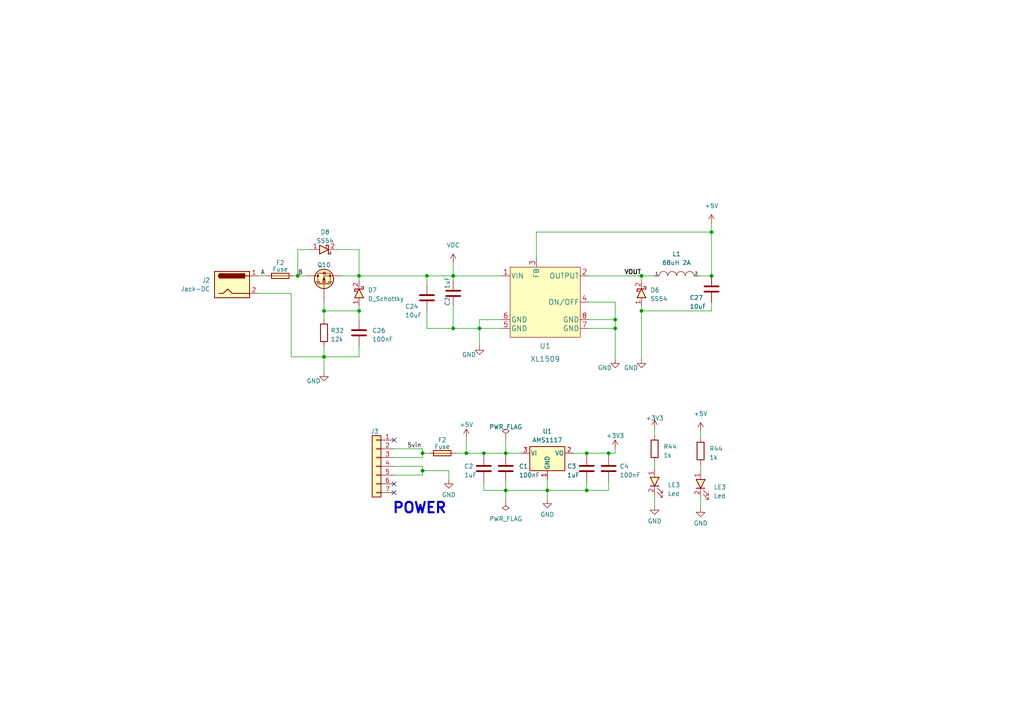
<source format=kicad_sch>
(kicad_sch (version 20230121) (generator eeschema)
  (paper "A4")
  (lib_symbols
    (symbol "+5V_1" (power) (pin_names (offset 0))
      (property "Value" "+5V_1" (at 0 3.556 0))
      (symbol "+5V_1_0_1"
        (polyline (pts (xy -0.762 1.27) (xy 0 2.54)))
        (polyline (pts (xy 0 0) (xy 0 2.54)))
        (polyline (pts (xy 0 2.54) (xy 0.762 1.27)))
      )
      (symbol "+5V_1_1_1"
        (pin power_in line (at 0 0 90) (length 0) hide (name "+5V") (number "1"))
      )
    )
    (symbol "+5V_3" (power) (pin_names (offset 0))
      (property "Value" "+5V_3" (at 0 3.556 0))
      (symbol "+5V_3_0_1"
        (polyline (pts (xy -0.762 1.27) (xy 0 2.54)))
        (polyline (pts (xy 0 0) (xy 0 2.54)))
        (polyline (pts (xy 0 2.54) (xy 0.762 1.27)))
      )
      (symbol "+5V_3_1_1"
        (pin power_in line (at 0 0 90) (length 0) hide (name "+5V") (number "1"))
      )
    )
    (symbol "Connector:Jack-DC" (pin_names (offset 1.016))
      (property "Reference" "J" (at 0 5.334 0))
      (property "Value" "Jack-DC" (at 0 -5.08 0))
      (symbol "Jack-DC_0_1"
        (rectangle (start -5.08 3.81) (end 5.08 -3.81) (stroke (width 0.254)) (fill (type background)))
        (arc (start -3.302 3.175) (mid -3.9343 2.54) (end -3.302 1.905) (stroke (width 0.254)))
        (arc (start -3.302 3.175) (mid -3.9343 2.54) (end -3.302 1.905) (stroke (width 0.254)) (fill (type outline)))
        (polyline (pts (xy 5.08 2.54) (xy 3.81 2.54)) (stroke (width 0.254)))
        (polyline (pts (xy -3.81 -2.54) (xy -2.54 -2.54) (xy -1.27 -1.27) (xy 0 -2.54) (xy 2.54 -2.54) (xy 5.08 -2.54)) (stroke (width 0.254)))
        (rectangle (start 3.683 3.175) (end -3.302 1.905) (stroke (width 0.254)) (fill (type outline)))
      )
      (symbol "Jack-DC_1_1"
        (pin passive line (at 7.62 2.54 180) (length 2.54) (name "~") (number "1"))
        (pin passive line (at 7.62 -2.54 180) (length 2.54) (name "~") (number "2"))
      )
    )
    (symbol "Connector_Generic:Conn_01x07" (pin_names (offset 1.016) hide)
      (property "Reference" "J" (at 0 10.16 0))
      (property "Value" "Conn_01x07" (at 0 -10.16 0))
      (symbol "Conn_01x07_1_1"
        (rectangle (start -1.27 -7.493) (end 0 -7.747) (stroke (width 0.1524)))
        (rectangle (start -1.27 -4.953) (end 0 -5.207) (stroke (width 0.1524)))
        (rectangle (start -1.27 -2.413) (end 0 -2.667) (stroke (width 0.1524)))
        (rectangle (start -1.27 0.127) (end 0 -0.127) (stroke (width 0.1524)))
        (rectangle (start -1.27 2.667) (end 0 2.413) (stroke (width 0.1524)))
        (rectangle (start -1.27 5.207) (end 0 4.953) (stroke (width 0.1524)))
        (rectangle (start -1.27 7.747) (end 0 7.493) (stroke (width 0.1524)))
        (rectangle (start -1.27 8.89) (end 1.27 -8.89) (stroke (width 0.254)) (fill (type background)))
        (pin passive line (at -5.08 7.62 0) (length 3.81) (name "Pin_1") (number "1"))
        (pin passive line (at -5.08 5.08 0) (length 3.81) (name "Pin_2") (number "2"))
        (pin passive line (at -5.08 2.54 0) (length 3.81) (name "Pin_3") (number "3"))
        (pin passive line (at -5.08 0 0) (length 3.81) (name "Pin_4") (number "4"))
        (pin passive line (at -5.08 -2.54 0) (length 3.81) (name "Pin_5") (number "5"))
        (pin passive line (at -5.08 -5.08 0) (length 3.81) (name "Pin_6") (number "6"))
        (pin passive line (at -5.08 -7.62 0) (length 3.81) (name "Pin_7") (number "7"))
      )
    )
    (symbol "Device:C" (pin_numbers hide) (pin_names (offset 0.254))
      (property "Reference" "C" (at 0.635 2.54 0))
      (property "Value" "C" (at 0.635 -2.54 0))
      (symbol "C_0_1"
        (polyline (pts (xy -2.032 -0.762) (xy 2.032 -0.762)) (stroke (width 0.508)))
        (polyline (pts (xy -2.032 0.762) (xy 2.032 0.762)) (stroke (width 0.508)))
      )
      (symbol "C_1_1"
        (pin passive line (at 0 3.81 270) (length 2.794) (name "~") (number "1"))
        (pin passive line (at 0 -3.81 90) (length 2.794) (name "~") (number "2"))
      )
    )
    (symbol "Device:R" (pin_numbers hide) (pin_names (offset 0))
      (property "Reference" "R" (at 2.032 0 90))
      (property "Value" "R" (at 0 0 90))
      (symbol "R_0_1"
        (rectangle (start -1.016 -2.54) (end 1.016 2.54) (stroke (width 0.254)))
      )
      (symbol "R_1_1"
        (pin passive line (at 0 3.81 270) (length 1.27) (name "~") (number "1"))
        (pin passive line (at 0 -3.81 90) (length 1.27) (name "~") (number "2"))
      )
    )
    (symbol "GND_1" (power) (pin_names (offset 0))
      (property "Value" "GND_1" (at 0 -3.81 0))
      (symbol "GND_1_0_1"
        (polyline (pts (xy 0 0) (xy 0 -1.27) (xy 1.27 -1.27) (xy 0 -2.54) (xy -1.27 -1.27) (xy 0 -1.27)))
      )
      (symbol "GND_1_1_1"
        (pin power_in line (at 0 0 270) (length 0) hide (name "GND") (number "1"))
      )
    )
    (symbol "GND_2" (power) (pin_names (offset 0))
      (property "Value" "GND_2" (at 0 -3.81 0))
      (symbol "GND_2_0_1"
        (polyline (pts (xy 0 0) (xy 0 -1.27) (xy 1.27 -1.27) (xy 0 -2.54) (xy -1.27 -1.27) (xy 0 -1.27)))
      )
      (symbol "GND_2_1_1"
        (pin power_in line (at 0 0 270) (length 0) hide (name "GND") (number "1"))
      )
    )
    (symbol "GND_3" (power) (pin_names (offset 0))
      (property "Value" "GND_3" (at 0 -3.81 0))
      (symbol "GND_3_0_1"
        (polyline (pts (xy 0 0) (xy 0 -1.27) (xy 1.27 -1.27) (xy 0 -2.54) (xy -1.27 -1.27) (xy 0 -1.27)))
      )
      (symbol "GND_3_1_1"
        (pin power_in line (at 0 0 270) (length 0) hide (name "GND") (number "1"))
      )
    )
    (symbol "IVS_SYMBOLS:AMS1117" (pin_names (offset 0.254))
      (property "Reference" "U" (at -3.81 3.175 0))
      (property "Value" "AMS1117" (at 0 3.175 0))
      (symbol "AMS1117_0_1"
        (rectangle (start -5.08 -5.08) (end 5.08 1.905) (stroke (width 0.254)) (fill (type background)))
      )
      (symbol "AMS1117_1_1"
        (pin power_in line (at 0 -7.62 90) (length 2.54) (name "GND") (number "1"))
        (pin power_out line (at 7.62 0 180) (length 2.54) (name "VO") (number "2"))
        (pin power_in line (at -7.62 0 0) (length 2.54) (name "VI") (number "3"))
      )
    )
    (symbol "IVS_SYMBOLS:D_Schottky"
      (property "Reference" "D" (at -2.54 2.54 0))
      (property "Value" "D_Schottky" (at 0 -2.54 0))
      (symbol "D_Schottky_0_1"
        (polyline (pts (xy 2.54 1.27) (xy 2.54 -1.27) (xy 0 0) (xy 2.54 1.27)) (stroke (width 0.254)) (fill (type background)))
        (polyline (pts (xy -0.635 0.635) (xy -0.635 1.27) (xy 0 1.27) (xy 0 -1.27) (xy 0.635 -1.27) (xy 0.635 -0.635)) (stroke (width 0.254)))
      )
      (symbol "D_Schottky_1_1"
        (pin passive line (at 5.08 0 180) (length 2.54) (name "") (number "1"))
        (pin passive line (at -2.54 0 0) (length 2.54) (name "") (number "2"))
      )
    )
    (symbol "IVS_SYMBOLS:Fuse" (pin_numbers hide) (pin_names (offset 0))
      (property "Reference" "F" (at 0 2.032 0))
      (property "Value" "Fuse" (at 0 -1.905 0))
      (symbol "Fuse_0_1"
        (polyline (pts (xy -2.54 0) (xy 2.54 0)))
      )
      (symbol "Fuse_1_1"
        (rectangle (start -2.54 0.762) (end 2.54 -0.762) (stroke (width 0.254)) (fill (type background)))
        (pin passive line (at -3.81 0 0) (length 1.27) (name "~") (number "1"))
        (pin passive line (at 3.81 0 180) (length 1.27) (name "~") (number "2"))
      )
    )
    (symbol "IVS_SYMBOLS:Led"
      (property "Reference" "LE" (at 0.508 -2.794 0))
      (property "Value" "Led" (at -0.254 2.794 0))
      (symbol "Led_0_1"
        (polyline (pts (xy 0 -1.27) (xy 0 1.27)) (stroke (width 0.254)))
        (polyline (pts (xy 2.54 -1.27) (xy 2.54 1.27) (xy 0 0) (xy 2.54 -1.27)) (stroke (width 0.254)) (fill (type background)))
        (polyline (pts (xy -1.778 -0.762) (xy -3.302 -2.286) (xy -2.54 -2.286) (xy -3.302 -2.286) (xy -3.302 -1.524)))
        (polyline (pts (xy -0.508 -0.762) (xy -2.032 -2.286) (xy -1.27 -2.286) (xy -2.032 -2.286) (xy -2.032 -1.524)))
      )
      (symbol "Led_1_1"
        (pin passive line (at 5.08 0 180) (length 2.54) (name "") (number "1"))
        (pin passive line (at -2.54 0 0) (length 2.54) (name "") (number "2"))
      )
    )
    (symbol "IVS_SYMBOLS:P_Mosfet" (pin_numbers hide) (pin_names hide)
      (property "Reference" "Q" (at 2.794 1.2192 0))
      (symbol "P_Mosfet_0_1"
        (circle (center -0.889 0) (radius 2.794) (stroke (width 0.254)) (fill (type background)))
        (circle (center 0 -1.778) (radius 0.254) (fill (type outline)))
        (polyline (pts (xy -2.286 0) (xy -5.08 0)))
        (polyline (pts (xy -2.286 1.905) (xy -2.286 -1.905)) (stroke (width 0.254)))
        (polyline (pts (xy -1.778 -1.27) (xy -1.778 -2.286)) (stroke (width 0.254)))
        (polyline (pts (xy -1.778 0.508) (xy -1.778 -0.508)) (stroke (width 0.254)))
        (polyline (pts (xy -1.778 2.286) (xy -1.778 1.27)) (stroke (width 0.254)))
        (polyline (pts (xy 0 2.54) (xy 0 1.778)))
        (polyline (pts (xy 0 -2.54) (xy 0 0) (xy -1.778 0)))
        (polyline (pts (xy -1.778 -1.778) (xy 0.762 -1.778) (xy 0.762 1.778) (xy -1.778 1.778)))
        (polyline (pts (xy -0.3048 0) (xy -1.3208 -0.381) (xy -1.3208 0.381) (xy -0.3048 0)) (fill (type outline)))
        (polyline (pts (xy 0.254 -0.508) (xy 0.381 -0.381) (xy 1.143 -0.381) (xy 1.27 -0.254)))
        (polyline (pts (xy 0.762 -0.381) (xy 0.381 0.254) (xy 1.143 0.254) (xy 0.762 -0.381)))
        (circle (center 0 1.778) (radius 0.254) (fill (type outline)))
      )
      (symbol "P_Mosfet_1_1"
        (pin input line (at -7.62 0 0) (length 2.54) (name "G") (number "1"))
        (pin passive line (at 0 -5.08 90) (length 2.54) (name "S") (number "2"))
        (pin passive line (at 0 5.08 270) (length 2.54) (name "D") (number "3"))
      )
    )
    (symbol "Led_1"
      (property "Reference" "LE" (at 0.508 -2.794 0))
      (property "Value" "Led" (at -0.254 2.794 0))
      (symbol "Led_1_0_1"
        (polyline (pts (xy 0 -1.27) (xy 0 1.27)) (stroke (width 0.254)))
        (polyline (pts (xy 2.54 -1.27) (xy 2.54 1.27) (xy 0 0) (xy 2.54 -1.27)) (stroke (width 0.254)) (fill (type background)))
        (polyline (pts (xy -1.778 -0.762) (xy -3.302 -2.286) (xy -2.54 -2.286) (xy -3.302 -2.286) (xy -3.302 -1.524)))
        (polyline (pts (xy -0.508 -0.762) (xy -2.032 -2.286) (xy -1.27 -2.286) (xy -2.032 -2.286) (xy -2.032 -1.524)))
      )
      (symbol "Led_1_1_1"
        (pin passive line (at 5.08 0 180) (length 2.54) (name "") (number "1"))
        (pin passive line (at -2.54 0 0) (length 2.54) (name "") (number "2"))
      )
    )
    (symbol "ThaoSMD:XL1509" (pin_names (offset 0.254))
      (property "Reference" "U" (at 5.08 -12.7 0))
      (property "Value" "XL1509" (at -7.62 -12.7 0))
      (symbol "XL1509_1_1"
        (rectangle (start -10.16 10.16) (end 10.16 -10.16) (fill (type background)))
        (pin power_in line (at -12.7 7.62 0) (length 2.54) (name "VIN") (number "1"))
        (pin output line (at 12.7 7.62 180) (length 2.54) (name "OUTPUT") (number "2"))
        (pin input line (at -2.54 12.7 270) (length 2.54) (name "FB") (number "3"))
        (pin input line (at 12.7 0 180) (length 2.54) (name "ON/OFF") (number "4"))
        (pin power_in line (at -12.7 -7.62 0) (length 2.54) (name "GND") (number "5"))
        (pin power_in line (at -12.7 -5.08 0) (length 2.54) (name "GND") (number "6"))
        (pin power_in line (at 12.7 -7.62 180) (length 2.54) (name "GND") (number "7"))
        (pin power_in line (at 12.7 -5.08 180) (length 2.54) (name "GND") (number "8"))
      )
    )
    (symbol "power:+3V3" (power) (pin_names (offset 0))
      (property "Value" "+3V3" (at 0 3.556 0))
      (symbol "+3V3_0_1"
        (polyline (pts (xy -0.762 1.27) (xy 0 2.54)))
        (polyline (pts (xy 0 0) (xy 0 2.54)))
        (polyline (pts (xy 0 2.54) (xy 0.762 1.27)))
      )
      (symbol "+3V3_1_1"
        (pin power_in line (at 0 0 90) (length 0) hide (name "+3V3") (number "1"))
      )
    )
    (symbol "power:+5V" (power) (pin_names (offset 0))
      (property "Value" "+5V" (at 0 3.556 0))
      (symbol "+5V_0_1"
        (polyline (pts (xy -0.762 1.27) (xy 0 2.54)))
        (polyline (pts (xy 0 0) (xy 0 2.54)))
        (polyline (pts (xy 0 2.54) (xy 0.762 1.27)))
      )
      (symbol "+5V_1_1"
        (pin power_in line (at 0 0 90) (length 0) hide (name "+5V") (number "1"))
      )
    )
    (symbol "power:GND" (power) (pin_names (offset 0))
      (property "Value" "GND" (at 0 -3.81 0))
      (symbol "GND_0_1"
        (polyline (pts (xy 0 0) (xy 0 -1.27) (xy 1.27 -1.27) (xy 0 -2.54) (xy -1.27 -1.27) (xy 0 -1.27)))
      )
      (symbol "GND_1_1"
        (pin power_in line (at 0 0 270) (length 0) hide (name "GND") (number "1"))
      )
    )
    (symbol "power:PWR_FLAG" (power) (pin_numbers hide) (pin_names (offset 0) hide)
      (property "Value" "PWR_FLAG" (at 0 3.81 0))
      (symbol "PWR_FLAG_0_0"
        (pin power_out line (at 0 0 90) (length 0) (name "pwr") (number "1"))
      )
      (symbol "PWR_FLAG_0_1"
        (polyline (pts (xy 0 0) (xy 0 1.27) (xy -1.016 1.905) (xy 0 2.54) (xy 1.016 1.905) (xy 0 1.27)))
      )
    )
    (symbol "power:VDC" (power) (pin_names (offset 0))
      (property "Value" "VDC" (at 0 6.35 0))
      (symbol "VDC_0_1"
        (polyline (pts (xy -0.762 1.27) (xy 0 2.54)))
        (polyline (pts (xy 0 0) (xy 0 2.54)))
        (polyline (pts (xy 0 2.54) (xy 0.762 1.27)))
      )
      (symbol "VDC_1_1"
        (pin power_in line (at 0 0 90) (length 0) hide (name "VDC") (number "1"))
      )
    )
    (symbol "pspice:INDUCTOR" (pin_numbers hide) (pin_names (offset 0))
      (property "Reference" "L" (at 0 2.54 0))
      (property "Value" "INDUCTOR" (at 0 -1.27 0))
      (symbol "INDUCTOR_0_1"
        (arc (start -2.54 0) (mid -3.81 1.2645) (end -5.08 0))
        (arc (start 0 0) (mid -1.27 1.2645) (end -2.54 0))
        (arc (start 2.54 0) (mid 1.27 1.2645) (end 0 0))
        (arc (start 5.08 0) (mid 3.81 1.2645) (end 2.54 0))
      )
      (symbol "INDUCTOR_1_1"
        (pin input line (at -6.35 0 0) (length 1.27) (name "1") (number "1"))
        (pin input line (at 6.35 0 180) (length 1.27) (name "2") (number "2"))
      )
    )
  )
  (junction (at 146.685 142.24))
  (junction (at 122.555 136.525))
  (junction (at 178.435 95.25))
  (junction (at 104.14 90.17))
  (junction (at 122.555 131.445))
  (junction (at 206.375 67.31))
  (junction (at 146.685 131.445))
  (junction (at 131.445 80.01))
  (junction (at 170.18 142.24))
  (junction (at 178.435 92.71))
  (junction (at 186.055 90.17))
  (junction (at 86.36 80.01))
  (junction (at 176.53 131.445))
  (junction (at 170.18 131.445))
  (junction (at 186.055 80.01))
  (junction (at 140.335 131.445))
  (junction (at 131.445 95.25))
  (junction (at 93.98 90.17))
  (junction (at 104.14 80.01))
  (junction (at 135.255 131.445))
  (junction (at 139.065 95.25))
  (junction (at 206.375 80.01))
  (junction (at 93.98 103.505))
  (junction (at 123.825 80.01))
  (junction (at 158.75 142.24))
  (no_connect (at 114.3 140.335))
  (no_connect (at 114.3 142.875))
  (no_connect (at 114.3 127.635))
  (wire (pts (xy 158.75 142.24) (xy 170.18 142.24)))
  (wire (pts (xy 140.335 139.7) (xy 140.335 142.24)))
  (wire (pts (xy 146.685 131.445) (xy 151.13 131.445)))
  (wire (pts (xy 206.375 67.31) (xy 206.375 80.01)))
  (wire (pts (xy 130.175 136.525) (xy 122.555 136.525)))
  (wire (pts (xy 74.93 80.01) (xy 77.47 80.01)))
  (wire (pts (xy 155.575 67.31) (xy 155.575 74.93)))
  (wire (pts (xy 114.3 135.255) (xy 122.555 135.255)))
  (wire (pts (xy 145.415 92.71) (xy 139.065 92.71)))
  (wire (pts (xy 132.08 131.445) (xy 135.255 131.445)))
  (wire (pts (xy 124.46 131.445) (xy 122.555 131.445)))
  (wire (pts (xy 170.18 131.445) (xy 176.53 131.445)))
  (wire (pts (xy 170.18 142.24) (xy 176.53 142.24)))
  (wire (pts (xy 93.98 87.63) (xy 93.98 90.17)))
  (wire (pts (xy 122.555 135.255) (xy 122.555 136.525)))
  (wire (pts (xy 178.435 130.175) (xy 178.435 131.445)))
  (wire (pts (xy 131.445 95.25) (xy 139.065 95.25)))
  (wire (pts (xy 122.555 130.175) (xy 122.555 131.445)))
  (wire (pts (xy 166.37 131.445) (xy 170.18 131.445)))
  (wire (pts (xy 104.14 100.33) (xy 104.14 103.505)))
  (wire (pts (xy 93.98 100.33) (xy 93.98 103.505)))
  (wire (pts (xy 178.435 87.63) (xy 178.435 92.71)))
  (wire (pts (xy 170.815 92.71) (xy 178.435 92.71)))
  (wire (pts (xy 186.055 80.01) (xy 189.865 80.01)))
  (wire (pts (xy 146.685 139.7) (xy 146.685 142.24)))
  (wire (pts (xy 186.055 81.28) (xy 186.055 80.01)))
  (wire (pts (xy 189.865 133.985) (xy 189.865 135.89)))
  (wire (pts (xy 131.445 76.2) (xy 131.445 80.01)))
  (wire (pts (xy 104.14 80.01) (xy 123.825 80.01)))
  (wire (pts (xy 93.98 103.505) (xy 93.98 107.95)))
  (wire (pts (xy 135.255 127) (xy 135.255 131.445)))
  (wire (pts (xy 104.14 103.505) (xy 93.98 103.505)))
  (wire (pts (xy 130.175 139.065) (xy 130.175 136.525)))
  (wire (pts (xy 170.815 80.01) (xy 186.055 80.01)))
  (wire (pts (xy 170.18 139.7) (xy 170.18 142.24)))
  (wire (pts (xy 123.825 80.01) (xy 131.445 80.01)))
  (wire (pts (xy 146.685 131.445) (xy 146.685 132.08)))
  (wire (pts (xy 135.255 131.445) (xy 140.335 131.445)))
  (wire (pts (xy 86.36 80.01) (xy 88.9 80.01)))
  (wire (pts (xy 139.065 95.25) (xy 145.415 95.25)))
  (wire (pts (xy 104.14 72.39) (xy 104.14 80.01)))
  (wire (pts (xy 189.865 124.46) (xy 189.865 126.365)))
  (wire (pts (xy 104.14 80.01) (xy 104.14 81.28)))
  (wire (pts (xy 122.555 137.795) (xy 114.3 137.795)))
  (wire (pts (xy 203.2 134.62) (xy 203.2 136.525)))
  (wire (pts (xy 140.335 142.24) (xy 146.685 142.24)))
  (wire (pts (xy 123.825 95.25) (xy 131.445 95.25)))
  (wire (pts (xy 176.53 131.445) (xy 178.435 131.445)))
  (wire (pts (xy 146.685 142.24) (xy 158.75 142.24)))
  (wire (pts (xy 85.09 80.01) (xy 86.36 80.01)))
  (wire (pts (xy 170.815 87.63) (xy 178.435 87.63)))
  (wire (pts (xy 176.53 131.445) (xy 176.53 132.08)))
  (wire (pts (xy 104.14 90.17) (xy 104.14 92.71)))
  (wire (pts (xy 178.435 95.25) (xy 178.435 104.14)))
  (wire (pts (xy 74.93 85.09) (xy 84.455 85.09)))
  (wire (pts (xy 84.455 103.505) (xy 93.98 103.505)))
  (wire (pts (xy 122.555 132.715) (xy 114.3 132.715)))
  (wire (pts (xy 123.825 90.17) (xy 123.825 95.25)))
  (wire (pts (xy 140.335 131.445) (xy 140.335 132.08)))
  (wire (pts (xy 131.445 80.01) (xy 131.445 81.28)))
  (wire (pts (xy 139.065 95.25) (xy 139.065 100.33)))
  (wire (pts (xy 99.06 80.01) (xy 104.14 80.01)))
  (wire (pts (xy 206.375 64.77) (xy 206.375 67.31)))
  (wire (pts (xy 189.865 143.51) (xy 189.865 146.685)))
  (wire (pts (xy 122.555 136.525) (xy 122.555 137.795)))
  (wire (pts (xy 186.055 88.9) (xy 186.055 90.17)))
  (wire (pts (xy 206.375 87.63) (xy 206.375 90.17)))
  (wire (pts (xy 114.3 130.175) (xy 122.555 130.175)))
  (wire (pts (xy 93.98 90.17) (xy 93.98 92.71)))
  (wire (pts (xy 131.445 80.01) (xy 145.415 80.01)))
  (wire (pts (xy 155.575 67.31) (xy 206.375 67.31)))
  (wire (pts (xy 206.375 90.17) (xy 186.055 90.17)))
  (wire (pts (xy 122.555 131.445) (xy 122.555 132.715)))
  (wire (pts (xy 86.36 72.39) (xy 86.36 80.01)))
  (wire (pts (xy 202.565 80.01) (xy 206.375 80.01)))
  (wire (pts (xy 186.055 90.17) (xy 186.055 104.14)))
  (wire (pts (xy 140.335 131.445) (xy 146.685 131.445)))
  (wire (pts (xy 123.825 82.55) (xy 123.825 80.01)))
  (wire (pts (xy 203.2 125.095) (xy 203.2 127)))
  (wire (pts (xy 146.685 142.24) (xy 146.685 145.415)))
  (wire (pts (xy 104.14 88.9) (xy 104.14 90.17)))
  (wire (pts (xy 176.53 142.24) (xy 176.53 139.7)))
  (wire (pts (xy 139.065 92.71) (xy 139.065 95.25)))
  (wire (pts (xy 93.98 90.17) (xy 104.14 90.17)))
  (wire (pts (xy 170.815 95.25) (xy 178.435 95.25)))
  (wire (pts (xy 146.685 127) (xy 146.685 131.445)))
  (wire (pts (xy 97.79 72.39) (xy 104.14 72.39)))
  (wire (pts (xy 203.2 144.145) (xy 203.2 147.32)))
  (wire (pts (xy 90.17 72.39) (xy 86.36 72.39)))
  (wire (pts (xy 158.75 139.065) (xy 158.75 142.24)))
  (wire (pts (xy 170.18 131.445) (xy 170.18 132.08)))
  (wire (pts (xy 158.75 142.24) (xy 158.75 144.78)))
  (wire (pts (xy 131.445 88.9) (xy 131.445 95.25)))
  (wire (pts (xy 178.435 92.71) (xy 178.435 95.25)))
  (wire (pts (xy 84.455 85.09) (xy 84.455 103.505)))
  (text "POWER" (at 113.665 149.225 0) (effects (font (size 3 3) (thickness 0.6) bold) (justify left bottom)))
  (label "5vin" (at 118.11 130.175 0))
  (label "A" (at 75.565 80.01 0))
  (label "VOUT" (at 186.055 80.01 180) (effects (font bold)))
  (label "B" (at 86.36 80.01 0))
  (symbol (lib_id "Device:C") (at 170.18 135.89 180) (unit 1)
    (property "Reference" "C3" (at 164.465 135.255 0) (effects (justify right)))
    (property "Value" "1uF" (at 164.465 137.795 0) (effects (justify right)))
    (property "Footprint" "IVS_FOOTPRINTS:C_0603" (effects hide))
  )
  (symbol (lib_id "power:+5V") (at 206.375 64.77 0) (unit 1)
    (property "Reference" "#PWR05" (effects hide))
    (property "Value" "+5V" (at 206.375 59.69 0))
    (instances (project "Robot" (path "" (reference "#PWR05") (unit 1))) (project "DO_AN_DKTD" (path "" (reference "#PWR075") (unit 1))))
  )
  (symbol (lib_id "IVS_SYMBOLS:Led") (at 189.865 140.97 90) (unit 1)
    (property "Reference" "LE3" (at 193.675 140.6525 90) (effects (justify right)))
    (property "Value" "Led" (at 193.675 143.1925 90) (effects (justify right)))
    (property "Footprint" "IVS_FOOTPRINTS:LED_0603" (effects hide))
    (instances (project "DO_AN_DKTD" (path "" (reference "LE3") (unit 1)) (path "" (reference "LE4") (unit 1)) (path "" (reference "LE7") (unit 1))))
  )
  (symbol (lib_id "Device:C") (at 104.14 96.52 0) (unit 1)
    (property "Reference" "C26" (at 107.95 95.885 0) (effects (justify left)))
    (property "Value" "100nF" (at 107.95 98.425 0) (effects (justify left)))
    (property "Footprint" "IVS_FOOTPRINTS:C_0603" (effects hide))
  )
  (symbol (lib_name "Led_1") (lib_id "IVS_SYMBOLS:Led") (at 203.2 141.605 90) (unit 1)
    (property "Reference" "LE3" (at 207.01 141.2875 90) (effects (justify right)))
    (property "Value" "Led" (at 207.01 143.8275 90) (effects (justify right)))
    (property "Footprint" "IVS_FOOTPRINTS:LED_0603" (effects hide))
    (instances (project "DO_AN_DKTD" (path "" (reference "LE3") (unit 1)) (path "" (reference "LE5") (unit 1)) (path "" (reference "LE8") (unit 1))))
  )
  (symbol (lib_id "Device:C") (at 131.445 85.09 180) (unit 1)
    (property "Reference" "C2" (at 129.786 86.0801 90) (effects (justify left)))
    (property "Value" "1uF" (at 129.7449 80.204 90) (effects (justify left)))
    (property "Footprint" "IVS_FOOTPRINTS:C_0603_1608Metric" (effects hide))
    (instances (project "Robot" (path "" (reference "C2") (unit 1))) (project "DO_AN_DKTD" (path "" (reference "C25") (unit 1))))
  )
  (symbol (lib_name "GND_1") (lib_id "power:GND") (at 203.2 147.32 0) (unit 1)
    (property "Reference" "#PWR04" (effects hide))
    (property "Value" "GND" (at 203.2 151.765 0))
    (instances (project "DO_AN_DKTD" (path "" (reference "#PWR04") (unit 1)) (path "" (reference "#PWR064") (unit 1))))
  )
  (symbol (lib_id "power:GND") (at 158.75 144.78 0) (unit 1)
    (property "Reference" "#PWR04" (effects hide))
    (property "Value" "GND" (at 158.75 149.225 0))
    (instances (project "DO_AN_DKTD" (path "" (reference "#PWR04") (unit 1)) (path "" (reference "#PWR05") (unit 1))))
  )
  (symbol (lib_id "power:VDC") (at 131.445 76.2 0) (unit 1)
    (property "Reference" "#PWR0134" (effects hide))
    (property "Value" "VDC" (at 131.445 71.12 0))
    (instances (project "Robot" (path "" (reference "#PWR0134") (unit 1))) (project "DO_AN_DKTD" (path "" (reference "#PWR070") (unit 1))))
  )
  (symbol (lib_id "power:+3V3") (at 178.435 130.175 0) (unit 1)
    (property "Reference" "#PWR06" (effects hide))
    (property "Value" "+3V3" (at 178.435 126.365 0))
  )
  (symbol (lib_name "+5V_1") (lib_id "power:+5V") (at 203.2 125.095 0) (unit 1)
    (property "Reference" "#PWR0101" (effects hide))
    (property "Value" "+5V" (at 203.2 120.015 0))
    (instances (project "DO_AN_DKTD" (path "" (reference "#PWR0101") (unit 1)) (path "" (reference "#PWR066") (unit 1))))
  )
  (symbol (lib_name "+5V_3") (lib_id "power:+5V") (at 135.255 127 0) (unit 1)
    (property "Reference" "#PWR05" (effects hide))
    (property "Value" "+5V" (at 135.255 123.19 0))
    (instances (project "DO_AN_DKTD" (path "" (reference "#PWR05") (unit 1)) (path "" (reference "#PWR04") (unit 1))))
  )
  (symbol (lib_id "power:GND") (at 139.065 100.33 0) (unit 1)
    (property "Reference" "#PWR03" (effects hide))
    (property "Value" "GND" (at 133.985 102.87 0) (effects (justify left)))
    (instances (project "Robot" (path "" (reference "#PWR03") (unit 1))) (project "DO_AN_DKTD" (path "" (reference "#PWR071") (unit 1))))
  )
  (symbol (lib_id "IVS_SYMBOLS:P_Mosfet") (at 93.98 80.01 90) (unit 1)
    (property "Reference" "Q10" (at 93.98 76.835 90))
    (property "Value" "P_Mosfet" (effects hide))
    (property "Footprint" "IVS_FOOTPRINTS:SOT23-3" (effects hide))
    (property "Datasheet" "https://www.onsemi.com/pub/Collateral/BSS138-D.PDF" (effects hide))
  )
  (symbol (lib_id "IVS_SYMBOLS:Fuse") (at 128.27 131.445 0) (unit 1)
    (property "Reference" "F2" (at 128.27 127.635 0))
    (property "Value" "Fuse" (at 128.27 129.54 0))
    (property "Footprint" "IVS_FOOTPRINTS:Fuse_1812_4532Metric" (effects hide))
  )
  (symbol (lib_id "Device:C") (at 123.825 86.36 0) (unit 1)
    (property "Reference" "C24" (at 117.475 88.9 0) (effects (justify left)))
    (property "Value" "10uF" (at 117.475 91.44 0) (effects (justify left)))
    (property "Footprint" "IVS_FOOTPRINTS:C_0805" (effects hide))
  )
  (symbol (lib_id "Device:C") (at 146.685 135.89 0) (unit 1)
    (property "Reference" "C1" (at 150.495 135.255 0) (effects (justify left)))
    (property "Value" "100nF" (at 150.495 137.795 0) (effects (justify left)))
    (property "Footprint" "IVS_FOOTPRINTS:C_0603" (effects hide))
    (instances (project "DO_AN_DKTD" (path "" (reference "C1") (unit 1)) (path "" (reference "C2") (unit 1))))
  )
  (symbol (lib_id "Device:C") (at 140.335 135.89 180) (unit 1)
    (property "Reference" "C2" (at 134.62 135.255 0) (effects (justify right)))
    (property "Value" "1uF" (at 134.62 137.795 0) (effects (justify right)))
    (property "Footprint" "IVS_FOOTPRINTS:C_0603" (effects hide))
    (instances (project "DO_AN_DKTD" (path "" (reference "C2") (unit 1)) (path "" (reference "C1") (unit 1))))
  )
  (symbol (lib_id "IVS_SYMBOLS:D_Schottky") (at 186.055 83.82 270) (unit 1)
    (property "Reference" "D6" (at 188.595 84.1375 90) (effects (justify left)))
    (property "Value" "SS54" (at 188.595 86.6775 90) (effects (justify left)))
    (property "Footprint" "IVS_FOOTPRINTS:D_SMA" (effects hide))
  )
  (symbol (lib_id "power:PWR_FLAG") (at 146.685 127 0) (unit 1)
    (property "Reference" "#FLG01" (effects hide))
    (property "Value" "PWR_FLAG" (at 146.685 123.825 0))
  )
  (symbol (lib_id "Device:C") (at 176.53 135.89 0) (unit 1)
    (property "Reference" "C4" (at 179.705 135.255 0) (effects (justify left)))
    (property "Value" "100nF" (at 179.705 137.795 0) (effects (justify left)))
    (property "Footprint" "IVS_FOOTPRINTS:C_0603" (effects hide))
  )
  (symbol (lib_id "Connector_Generic:Conn_01x07") (at 109.22 135.255 0) (mirror y) (unit 1)
    (property "Reference" "J3" (at 109.855 125.095 0) (effects (justify left)))
    (property "Value" "Conn_01x07" (effects hide))
    (property "Footprint" "IVS_FOOTPRINTS:Conn_XH-P2.54mm-7P" (effects hide))
    (instances (project "DO_AN_DKTD" (path "" (reference "J3") (unit 1)) (path "" (reference "J1") (unit 1))))
  )
  (symbol (lib_id "IVS_SYMBOLS:Fuse") (at 81.28 80.01 0) (unit 1)
    (property "Reference" "F2" (at 81.28 76.2 0))
    (property "Value" "Fuse" (at 81.28 78.105 0))
    (property "Footprint" "IVS_FOOTPRINTS:Fuse_1812_4532Metric" (effects hide))
    (instances (project "DO_AN_DKTD" (path "" (reference "F2") (unit 1)) (path "" (reference "F3") (unit 1))))
  )
  (symbol (lib_id "power:PWR_FLAG") (at 146.685 145.415 180) (unit 1)
    (property "Reference" "#FLG02" (effects hide))
    (property "Value" "PWR_FLAG" (at 146.685 150.495 0))
  )
  (symbol (lib_id "IVS_SYMBOLS:D_Schottky") (at 104.14 83.82 270) (unit 1)
    (property "Reference" "D7" (at 106.68 84.1375 90) (effects (justify left)))
    (property "Value" "D_Schottky" (at 106.68 86.6775 90) (effects (justify left)))
    (property "Footprint" "IVS_FOOTPRINTS:D_SOD323" (effects hide))
  )
  (symbol (lib_id "IVS_SYMBOLS:D_Schottky") (at 95.25 72.39 180) (unit 1)
    (property "Reference" "D8" (at 94.2975 67.31 0))
    (property "Value" "SS54" (at 94.2975 69.85 0))
    (property "Footprint" "IVS_FOOTPRINTS:D_SMA" (effects hide))
  )
  (symbol (lib_name "GND_3") (lib_id "power:GND") (at 189.865 146.685 0) (unit 1)
    (property "Reference" "#PWR04" (effects hide))
    (property "Value" "GND" (at 189.865 151.13 0))
    (instances (project "DO_AN_DKTD" (path "" (reference "#PWR04") (unit 1)) (path "" (reference "#PWR065") (unit 1))))
  )
  (symbol (lib_id "pspice:INDUCTOR") (at 196.215 80.01 0) (unit 1)
    (property "Reference" "L1" (at 196.215 73.66 0))
    (property "Value" "68uH 2A" (at 196.215 76.2 0))
    (property "Footprint" "IVS_FOOTPRINTS:L_10.4x10.4_H4.8" (effects hide))
  )
  (symbol (lib_id "Device:R") (at 93.98 96.52 0) (unit 1)
    (property "Reference" "R32" (at 95.885 95.885 0) (effects (justify left)))
    (property "Value" "12k" (at 95.885 98.425 0) (effects (justify left)))
    (property "Footprint" "IVS_FOOTPRINTS:R_0603" (effects hide))
  )
  (symbol (lib_id "power:+3V3") (at 189.865 124.46 0) (unit 1)
    (property "Reference" "#PWR062" (effects hide))
    (property "Value" "+3V3" (at 189.865 121.285 0))
    (instances (project "DO_AN_DKTD" (path "" (reference "#PWR062") (unit 1)) (path "" (reference "#PWR050") (unit 1)) (path "" (reference "#PWR063") (unit 1))))
  )
  (symbol (lib_id "IVS_SYMBOLS:AMS1117") (at 158.75 131.445 0) (unit 1)
    (property "Reference" "U1" (at 158.75 125.095 0))
    (property "Value" "AMS1117" (at 158.75 127.635 0))
    (property "Footprint" "IVS_FOOTPRINTS:SOT233" (effects hide))
    (property "Datasheet" "http://www.advanced-monolithic.com/pdf/ds1117.pdf" (effects hide))
  )
  (symbol (lib_id "power:GND") (at 186.055 104.14 0) (unit 1)
    (property "Reference" "#PWR0112" (effects hide))
    (property "Value" "GND" (at 180.975 106.68 0) (effects (justify left)))
    (instances (project "Robot" (path "" (reference "#PWR0112") (unit 1))) (project "DO_AN_DKTD" (path "" (reference "#PWR074") (unit 1))))
  )
  (symbol (lib_id "Connector:Jack-DC") (at 67.31 82.55 0) (unit 1)
    (property "Reference" "J2" (at 60.96 81.2799 0) (effects (justify right)))
    (property "Value" "Jack-DC" (at 60.96 83.8199 0) (effects (justify right)))
    (property "Footprint" "IVS_FOOTPRINTS:BarrelJack_Wuerth_6941xx301002" (effects hide))
    (instances (project "Robot" (path "" (reference "J2") (unit 1))) (project "DO_AN_DKTD" (path "" (reference "J10") (unit 1))))
  )
  (symbol (lib_id "power:GND") (at 93.98 107.95 0) (unit 1)
    (property "Reference" "#PWR03" (effects hide))
    (property "Value" "GND" (at 88.9 110.49 0) (effects (justify left)))
    (instances (project "Robot" (path "" (reference "#PWR03") (unit 1))) (project "DO_AN_DKTD" (path "" (reference "#PWR069") (unit 1))))
  )
  (symbol (lib_id "Device:R") (at 189.865 130.175 0) (unit 1)
    (property "Reference" "R44" (at 192.405 129.54 0) (effects (justify left)))
    (property "Value" "1k" (at 192.405 132.08 0) (effects (justify left)))
    (property "Footprint" "IVS_FOOTPRINTS:R_0603" (effects hide))
    (instances (project "DO_AN_DKTD" (path "" (reference "R44") (unit 1)) (path "" (reference "R47") (unit 1)) (path "" (reference "R50") (unit 1))))
  )
  (symbol (lib_id "Device:C") (at 206.375 83.82 0) (unit 1)
    (property "Reference" "C27" (at 200.025 86.36 0) (effects (justify left)))
    (property "Value" "10uF" (at 200.025 88.9 0) (effects (justify left)))
    (property "Footprint" "IVS_FOOTPRINTS:C_0805" (effects hide))
  )
  (symbol (lib_name "GND_2") (lib_id "power:GND") (at 130.175 139.065 0) (unit 1)
    (property "Reference" "#PWR0102" (effects hide))
    (property "Value" "GND" (at 130.175 143.51 0))
    (instances (project "DO_AN_DKTD" (path "" (reference "#PWR0102") (unit 1)) (path "" (reference "#PWR02") (unit 1))))
  )
  (symbol (lib_id "Device:R") (at 203.2 130.81 0) (unit 1)
    (property "Reference" "R44" (at 205.74 130.175 0) (effects (justify left)))
    (property "Value" "1k" (at 205.74 132.715 0) (effects (justify left)))
    (property "Footprint" "IVS_FOOTPRINTS:R_0603" (effects hide))
    (instances (project "DO_AN_DKTD" (path "" (reference "R44") (unit 1)) (path "" (reference "R48") (unit 1)) (path "" (reference "R51") (unit 1))))
  )
  (symbol (lib_id "ThaoSMD:XL1509") (at 158.115 87.63 0) (unit 1)
    (property "Reference" "U1" (at 158.115 100.33 0) (effects (font (size 1.524 1.524))))
    (property "Value" "XL1509" (at 158.115 104.14 0) (effects (font (size 1.524 1.524))))
    (property "Footprint" "IVS_FOOTPRINTS:SOIC-8_3.9x4.9mm_P1.27mm" (effects hide))
    (property "Datasheet" "https://datasheet.lcsc.com/lcsc/1809050422_XLSEMI-XL1509-5-0E1_C61063.pdf" (effects hide))
    (instances (project "Robot" (path "" (reference "U1") (unit 1))) (project "DO_AN_DKTD" (path "" (reference "U5") (unit 1))))
  )
  (symbol (lib_id "power:GND") (at 178.435 104.14 0) (unit 1)
    (property "Reference" "#PWR04" (effects hide))
    (property "Value" "GND" (at 173.355 106.68 0) (effects (justify left)))
    (instances (project "Robot" (path "" (reference "#PWR04") (unit 1))) (project "DO_AN_DKTD" (path "" (reference "#PWR073") (unit 1))))
  )
)
</source>
